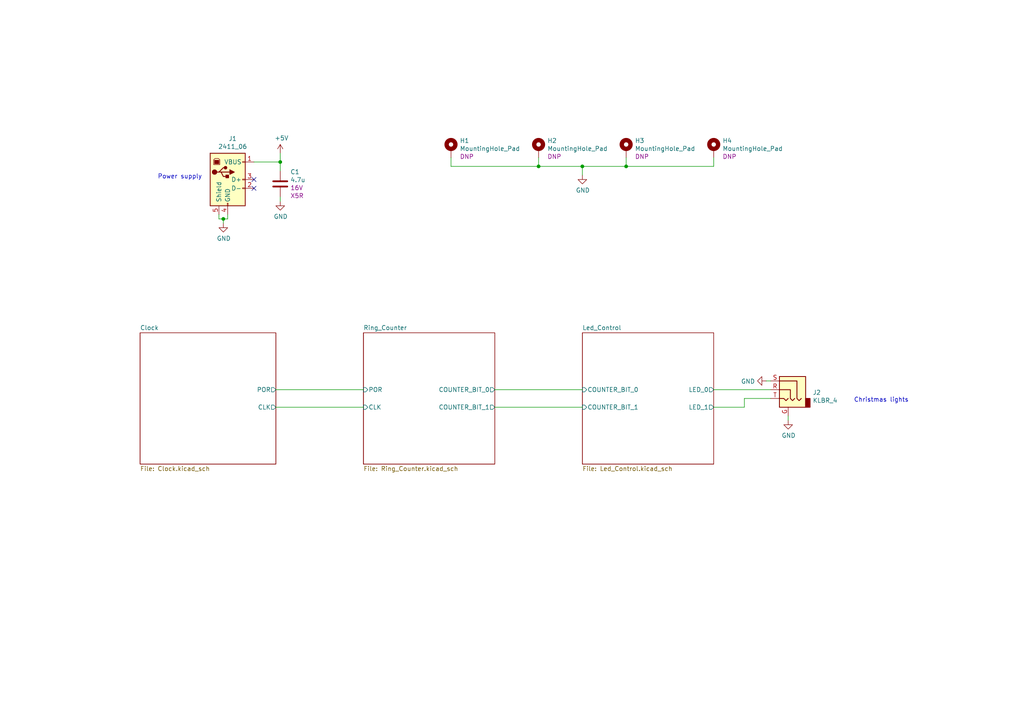
<source format=kicad_sch>
(kicad_sch (version 20230121) (generator eeschema)
  (paper "A4")
  (title_block (title "Main page") (date "2021-12-29") (company "(C) Adrien RICCIARDI"))
  (lib_symbols
    (symbol "Connector:USB_B" (pin_names (offset 1.016))
      (property "Reference" "J" (at -5.08 11.43 0))
      (property "Value" "USB_B" (at -5.08 8.89 0))
      (symbol "USB_B_0_1"
        (rectangle (start -5.08 -7.62) (end 5.08 7.62) (stroke (width 0.254)) (fill (type background)))
        (circle (center -3.81 2.159) (radius 0.635) (stroke (width 0.254)) (fill (type outline)))
        (rectangle (start -3.81 5.588) (end -2.54 4.572) (fill (type outline)))
        (circle (center -0.635 3.429) (radius 0.381) (stroke (width 0.254)) (fill (type outline)))
        (rectangle (start -0.127 -7.62) (end 0.127 -6.858))
        (polyline (pts (xy -1.905 2.159) (xy 0.635 2.159)) (stroke (width 0.254)))
        (polyline (pts (xy -3.175 2.159) (xy -2.54 2.159) (xy -1.27 3.429) (xy -0.635 3.429)) (stroke (width 0.254)))
        (polyline (pts (xy -2.54 2.159) (xy -1.905 2.159) (xy -1.27 0.889) (xy 0 0.889)) (stroke (width 0.254)))
        (polyline (pts (xy 0.635 2.794) (xy 0.635 1.524) (xy 1.905 2.159) (xy 0.635 2.794)) (stroke (width 0.254)) (fill (type outline)))
        (polyline (pts (xy -4.064 4.318) (xy -2.286 4.318) (xy -2.286 5.715) (xy -2.667 6.096) (xy -3.683 6.096) (xy -4.064 5.715) (xy -4.064 4.318)))
        (rectangle (start 0.254 1.27) (end -0.508 0.508) (stroke (width 0.254)) (fill (type outline)))
        (rectangle (start 5.08 -2.667) (end 4.318 -2.413))
        (rectangle (start 5.08 -0.127) (end 4.318 0.127))
        (rectangle (start 5.08 4.953) (end 4.318 5.207))
      )
      (symbol "USB_B_1_1"
        (pin power_out line (at 7.62 5.08 180) (length 2.54) (name "VBUS") (number "1"))
        (pin bidirectional line (at 7.62 -2.54 180) (length 2.54) (name "D-") (number "2"))
        (pin bidirectional line (at 7.62 0 180) (length 2.54) (name "D+") (number "3"))
        (pin power_out line (at 0 -10.16 90) (length 2.54) (name "GND") (number "4"))
        (pin passive line (at -2.54 -10.16 90) (length 2.54) (name "Shield") (number "5"))
      )
    )
    (symbol "Connector_Audio:AudioJack3_Ground"
      (property "Reference" "J" (at 0 8.89 0))
      (property "Value" "AudioJack3_Ground" (at 0 6.35 0))
      (symbol "AudioJack3_Ground_0_1"
        (rectangle (start -5.08 -2.54) (end -6.35 -5.08) (stroke (width 0.254)) (fill (type outline)))
        (polyline (pts (xy 0 -2.54) (xy 0.635 -3.175) (xy 1.27 -2.54) (xy 2.54 -2.54)) (stroke (width 0.254)))
        (polyline (pts (xy -1.905 -2.54) (xy -1.27 -3.175) (xy -0.635 -2.54) (xy -0.635 0) (xy 2.54 0)) (stroke (width 0.254)))
        (polyline (pts (xy 2.54 2.54) (xy -2.54 2.54) (xy -2.54 -2.54) (xy -3.175 -3.175) (xy -3.81 -2.54)) (stroke (width 0.254)))
        (rectangle (start 2.54 3.81) (end -5.08 -5.08) (stroke (width 0.254)) (fill (type background)))
      )
      (symbol "AudioJack3_Ground_1_1"
        (pin passive line (at 0 -7.62 90) (length 2.54) (name "~") (number "G"))
        (pin passive line (at 5.08 0 180) (length 2.54) (name "~") (number "R"))
        (pin passive line (at 5.08 2.54 180) (length 2.54) (name "~") (number "S"))
        (pin passive line (at 5.08 -2.54 180) (length 2.54) (name "~") (number "T"))
      )
    )
    (symbol "Device:C" (pin_numbers hide) (pin_names (offset 0.254))
      (property "Reference" "C" (at 0.635 2.54 0))
      (property "Value" "C" (at 0.635 -2.54 0))
      (symbol "C_0_1"
        (polyline (pts (xy -2.032 -0.762) (xy 2.032 -0.762)) (stroke (width 0.508)))
        (polyline (pts (xy -2.032 0.762) (xy 2.032 0.762)) (stroke (width 0.508)))
      )
      (symbol "C_1_1"
        (pin passive line (at 0 3.81 270) (length 2.794) (name "~") (number "1"))
        (pin passive line (at 0 -3.81 90) (length 2.794) (name "~") (number "2"))
      )
    )
    (symbol "Mechanical:MountingHole_Pad" (pin_numbers hide) (pin_names (offset 1.016) hide)
      (property "Reference" "H" (at 0 6.35 0))
      (property "Value" "MountingHole_Pad" (at 0 4.445 0))
      (symbol "MountingHole_Pad_0_1"
        (circle (center 0 1.27) (radius 1.27) (stroke (width 1.27)))
      )
      (symbol "MountingHole_Pad_1_1"
        (pin input line (at 0 -2.54 90) (length 2.54) (name "1") (number "1"))
      )
    )
    (symbol "power:+5V" (power) (pin_names (offset 0))
      (property "Value" "+5V" (at 0 3.556 0))
      (symbol "+5V_0_1"
        (polyline (pts (xy -0.762 1.27) (xy 0 2.54)))
        (polyline (pts (xy 0 0) (xy 0 2.54)))
        (polyline (pts (xy 0 2.54) (xy 0.762 1.27)))
      )
      (symbol "+5V_1_1"
        (pin power_in line (at 0 0 90) (length 0) hide (name "+5V") (number "1"))
      )
    )
    (symbol "power:GND" (power) (pin_names (offset 0))
      (property "Value" "GND" (at 0 -3.81 0))
      (symbol "GND_0_1"
        (polyline (pts (xy 0 0) (xy 0 -1.27) (xy 1.27 -1.27) (xy 0 -2.54) (xy -1.27 -1.27) (xy 0 -1.27)))
      )
      (symbol "GND_1_1"
        (pin power_in line (at 0 0 270) (length 0) hide (name "GND") (number "1"))
      )
    )
  )
  (junction (at 168.91 48.26))
  (junction (at 156.21 48.26))
  (junction (at 64.77 63.5))
  (junction (at 181.61 48.26))
  (junction (at 81.28 46.99))
  (no_connect (at 73.66 52.07))
  (no_connect (at 73.66 54.61))
  (wire (pts (xy 181.61 48.26) (xy 207.01 48.26)))
  (wire (pts (xy 63.5 63.5) (xy 64.77 63.5)))
  (wire (pts (xy 168.91 118.11) (xy 143.51 118.11)))
  (wire (pts (xy 156.21 48.26) (xy 156.21 45.72)))
  (wire (pts (xy 80.01 113.03) (xy 105.41 113.03)))
  (wire (pts (xy 207.01 118.11) (xy 215.9 118.11)))
  (wire (pts (xy 130.81 45.72) (xy 130.81 48.26)))
  (wire (pts (xy 168.91 48.26) (xy 181.61 48.26)))
  (wire (pts (xy 143.51 113.03) (xy 168.91 113.03)))
  (wire (pts (xy 207.01 48.26) (xy 207.01 45.72)))
  (wire (pts (xy 228.6 121.92) (xy 228.6 120.65)))
  (wire (pts (xy 63.5 62.23) (xy 63.5 63.5)))
  (wire (pts (xy 73.66 46.99) (xy 81.28 46.99)))
  (wire (pts (xy 215.9 118.11) (xy 215.9 115.57)))
  (wire (pts (xy 64.77 63.5) (xy 64.77 64.77)))
  (wire (pts (xy 66.04 63.5) (xy 66.04 62.23)))
  (wire (pts (xy 207.01 113.03) (xy 223.52 113.03)))
  (wire (pts (xy 80.01 118.11) (xy 105.41 118.11)))
  (wire (pts (xy 81.28 58.42) (xy 81.28 57.15)))
  (wire (pts (xy 168.91 50.8) (xy 168.91 48.26)))
  (wire (pts (xy 81.28 46.99) (xy 81.28 49.53)))
  (wire (pts (xy 81.28 46.99) (xy 81.28 44.45)))
  (wire (pts (xy 215.9 115.57) (xy 223.52 115.57)))
  (wire (pts (xy 222.25 110.49) (xy 223.52 110.49)))
  (wire (pts (xy 181.61 48.26) (xy 181.61 45.72)))
  (wire (pts (xy 156.21 48.26) (xy 168.91 48.26)))
  (wire (pts (xy 64.77 63.5) (xy 66.04 63.5)))
  (wire (pts (xy 130.81 48.26) (xy 156.21 48.26)))
  (text "Power supply" (at 45.72 52.07 0) (effects (font (size 1.27 1.27)) (justify left bottom)))
  (text "Christmas lights" (at 247.65 116.84 0) (effects (font (size 1.27 1.27)) (justify left bottom)))
  (symbol (lib_id "Connector:USB_B") (at 66.04 52.07 0) (unit 1)
    (property "Reference" "J1" (at 67.4878 40.2082 0))
    (property "Value" "2411_06" (at 67.4878 42.5196 0))
    (property "Footprint" "Connector_USB:USB_B_OST_USB-B1HSxx_Horizontal" (effects hide))
    (property "Datasheet" " ~" (effects hide))
    (property "PartNumber" "2411_06" (effects hide))
    (property "Manufacturer" "Lumberg" (effects hide))
    (property "Sim.Enable" "0" (effects hide))
  )
  (symbol (lib_id "power:GND") (at 64.77 64.77 0) (unit 1)
    (property "Reference" "#PWR03" (effects hide))
    (property "Value" "GND" (at 64.897 69.1642 0))
  )
  (symbol (lib_id "power:+5V") (at 81.28 44.45 0) (unit 1)
    (property "Reference" "#PWR01" (effects hide))
    (property "Value" "+5V" (at 81.661 40.0558 0))
  )
  (symbol (lib_id "Device:C") (at 81.28 53.34 0) (unit 1)
    (property "Reference" "C1" (at 84.201 49.8602 0) (effects (justify left)))
    (property "Value" "4.7u" (at 84.201 52.1716 0) (effects (justify left)))
    (property "Footprint" "Capacitor_SMD:C_0805_2012Metric_Pad1.18x1.45mm_HandSolder" (effects hide))
    (property "Value2" "16V" (at 84.201 54.483 0) (effects (justify left)))
    (property "Value3" "X5R" (at 84.201 56.7944 0) (effects (justify left)))
    (property "PartNumber" "CL21A475KOFNNNE" (effects hide))
    (property "Manufacturer" "Samsung" (effects hide))
  )
  (symbol (lib_id "power:GND") (at 81.28 58.42 0) (unit 1)
    (property "Reference" "#PWR02" (effects hide))
    (property "Value" "GND" (at 81.407 62.8142 0))
  )
  (symbol (lib_id "power:GND") (at 228.6 121.92 0) (unit 1)
    (property "Reference" "#PWR05" (effects hide))
    (property "Value" "GND" (at 228.727 126.3142 0))
  )
  (symbol (lib_id "Connector_Audio:AudioJack3_Ground") (at 228.6 113.03 0) (mirror y) (unit 1)
    (property "Reference" "J2" (at 235.712 113.8428 0) (effects (justify right)))
    (property "Value" "KLBR_4" (at 235.712 116.1542 0) (effects (justify right)))
    (property "Footprint" "KLBR_4:KLBR_4" (effects hide))
    (property "Manufacturer" "Lumberg" (effects hide))
    (property "PartNumber" "KLBR_4" (effects hide))
    (property "Sim.Enable" "0" (effects hide))
  )
  (symbol (lib_id "power:GND") (at 222.25 110.49 270) (unit 1)
    (property "Reference" "#PWR04" (effects hide))
    (property "Value" "GND" (at 218.9988 110.617 90) (effects (justify right)))
  )
  (symbol (lib_id "Mechanical:MountingHole_Pad") (at 130.81 43.18 0) (unit 1)
    (property "Reference" "H1" (at 133.35 40.7924 0) (effects (justify left)))
    (property "Value" "MountingHole_Pad" (at 133.35 43.1038 0) (effects (justify left)))
    (property "Footprint" "MountingHole:MountingHole_4.5mm_Pad" (effects hide))
    (property "Populate" "DNP" (at 133.35 45.4152 0) (effects (justify left)))
    (property "Sim.Enable" "0" (effects hide))
  )
  (symbol (lib_id "Mechanical:MountingHole_Pad") (at 156.21 43.18 0) (unit 1)
    (property "Reference" "H2" (at 158.75 40.7924 0) (effects (justify left)))
    (property "Value" "MountingHole_Pad" (at 158.75 43.1038 0) (effects (justify left)))
    (property "Footprint" "MountingHole:MountingHole_4.5mm_Pad" (effects hide))
    (property "Populate" "DNP" (at 158.75 45.4152 0) (effects (justify left)))
    (property "Sim.Enable" "0" (effects hide))
  )
  (symbol (lib_id "Mechanical:MountingHole_Pad") (at 181.61 43.18 0) (unit 1)
    (property "Reference" "H3" (at 184.15 40.7924 0) (effects (justify left)))
    (property "Value" "MountingHole_Pad" (at 184.15 43.1038 0) (effects (justify left)))
    (property "Footprint" "MountingHole:MountingHole_4.5mm_Pad" (effects hide))
    (property "Populate" "DNP" (at 184.15 45.4152 0) (effects (justify left)))
    (property "Sim.Enable" "0" (effects hide))
  )
  (symbol (lib_id "Mechanical:MountingHole_Pad") (at 207.01 43.18 0) (unit 1)
    (property "Reference" "H4" (at 209.55 40.7924 0) (effects (justify left)))
    (property "Value" "MountingHole_Pad" (at 209.55 43.1038 0) (effects (justify left)))
    (property "Footprint" "MountingHole:MountingHole_4.5mm_Pad" (effects hide))
    (property "Populate" "DNP" (at 209.55 45.4152 0) (effects (justify left)))
    (property "Sim.Enable" "0" (effects hide))
  )
  (symbol (lib_id "power:GND") (at 168.91 50.8 0) (unit 1)
    (property "Reference" "#PWR063" (effects hide))
    (property "Value" "GND" (at 169.037 55.1942 0))
  )
  (sheet (at 168.91 96.52) (size 38.1 38.1)
    (property "Sheetname" "Led_Control" (at 168.91 95.8084 0) (effects (justify left bottom)))
    (property "Sheetfile" "Led_Control.kicad_sch" (at 168.91 135.2046 0) (effects (justify left top)))
    (pin "COUNTER_BIT_0" input (at 168.91 113.03 180))
    (pin "COUNTER_BIT_1" input (at 168.91 118.11 180))
    (pin "LED_0" output (at 207.01 113.03 0))
    (pin "LED_1" output (at 207.01 118.11 0))
  )
  (sheet (at 105.41 96.52) (size 38.1 38.1)
    (property "Sheetname" "Ring_Counter" (at 105.41 95.8084 0) (effects (justify left bottom)))
    (property "Sheetfile" "Ring_Counter.kicad_sch" (at 105.41 135.2046 0) (effects (justify left top)))
    (pin "COUNTER_BIT_0" output (at 143.51 113.03 0))
    (pin "COUNTER_BIT_1" output (at 143.51 118.11 0))
    (pin "CLK" input (at 105.41 118.11 180))
    (pin "POR" input (at 105.41 113.03 180))
  )
  (sheet (at 40.64 96.52) (size 39.37 38.1)
    (property "Sheetname" "Clock" (at 40.64 95.8084 0) (effects (justify left bottom)))
    (property "Sheetfile" "Clock.kicad_sch" (at 40.64 135.2046 0) (effects (justify left top)))
    (pin "CLK" output (at 80.01 118.11 0))
    (pin "POR" output (at 80.01 113.03 0))
  )
)
</source>
